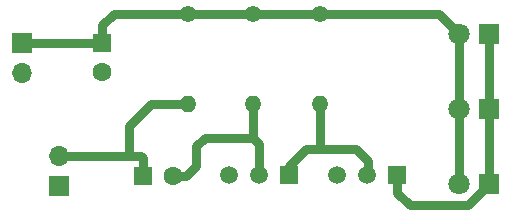
<source format=gbr>
G04 #@! TF.GenerationSoftware,KiCad,Pcbnew,(5.0.2)-1*
G04 #@! TF.CreationDate,2019-04-22T20:12:10-05:00*
G04 #@! TF.ProjectId,luz_audioritmica,6c757a5f-6175-4646-996f-7269746d6963,rev?*
G04 #@! TF.SameCoordinates,PX70bf868PY6c4a2b0*
G04 #@! TF.FileFunction,Copper,L2,Bot*
G04 #@! TF.FilePolarity,Positive*
%FSLAX46Y46*%
G04 Gerber Fmt 4.6, Leading zero omitted, Abs format (unit mm)*
G04 Created by KiCad (PCBNEW (5.0.2)-1) date 4/22/2019 8:12:10 PM*
%MOMM*%
%LPD*%
G01*
G04 APERTURE LIST*
G04 #@! TA.AperFunction,ComponentPad*
%ADD10O,1.700000X1.700000*%
G04 #@! TD*
G04 #@! TA.AperFunction,ComponentPad*
%ADD11R,1.700000X1.700000*%
G04 #@! TD*
G04 #@! TA.AperFunction,ComponentPad*
%ADD12R,1.600000X1.600000*%
G04 #@! TD*
G04 #@! TA.AperFunction,ComponentPad*
%ADD13C,1.600000*%
G04 #@! TD*
G04 #@! TA.AperFunction,ComponentPad*
%ADD14R,1.800000X1.800000*%
G04 #@! TD*
G04 #@! TA.AperFunction,ComponentPad*
%ADD15C,1.800000*%
G04 #@! TD*
G04 #@! TA.AperFunction,ComponentPad*
%ADD16C,1.500000*%
G04 #@! TD*
G04 #@! TA.AperFunction,ComponentPad*
%ADD17R,1.500000X1.500000*%
G04 #@! TD*
G04 #@! TA.AperFunction,ComponentPad*
%ADD18C,1.400000*%
G04 #@! TD*
G04 #@! TA.AperFunction,ComponentPad*
%ADD19O,1.400000X1.400000*%
G04 #@! TD*
G04 #@! TA.AperFunction,Conductor*
%ADD20C,0.750000*%
G04 #@! TD*
G04 APERTURE END LIST*
D10*
G04 #@! TO.P,~,2*
G04 #@! TO.N,GNDREF*
X3250000Y13220000D03*
D11*
G04 #@! TO.P,~,1*
G04 #@! TO.N,VCC*
X3250000Y15760000D03*
G04 #@! TD*
D12*
G04 #@! TO.P,C1,1*
G04 #@! TO.N,Net-(C1-Pad1)*
X13500000Y4500000D03*
D13*
G04 #@! TO.P,C1,2*
G04 #@! TO.N,Net-(C1-Pad2)*
X16000000Y4500000D03*
G04 #@! TD*
D12*
G04 #@! TO.P,C2,1*
G04 #@! TO.N,VCC*
X10045000Y15760000D03*
D13*
G04 #@! TO.P,C2,2*
G04 #@! TO.N,GNDREF*
X10045000Y13260000D03*
G04 #@! TD*
D14*
G04 #@! TO.P,~,1*
G04 #@! TO.N,Net-(D1-Pad1)*
X42800000Y3810000D03*
D15*
G04 #@! TO.P,~,2*
G04 #@! TO.N,VCC*
X40260000Y3810000D03*
G04 #@! TD*
G04 #@! TO.P,~,2*
G04 #@! TO.N,VCC*
X40260000Y10160000D03*
D14*
G04 #@! TO.P,~,1*
G04 #@! TO.N,Net-(D1-Pad1)*
X42800000Y10160000D03*
G04 #@! TD*
G04 #@! TO.P,~,1*
G04 #@! TO.N,Net-(D1-Pad1)*
X42800000Y16510000D03*
D15*
G04 #@! TO.P,~,2*
G04 #@! TO.N,VCC*
X40260000Y16510000D03*
G04 #@! TD*
D11*
G04 #@! TO.P,M1,1*
G04 #@! TO.N,GNDREF*
X6382000Y3683000D03*
D10*
G04 #@! TO.P,M1,2*
G04 #@! TO.N,Net-(C1-Pad1)*
X6382000Y6223000D03*
G04 #@! TD*
D16*
G04 #@! TO.P,Q1,2*
G04 #@! TO.N,Net-(C1-Pad2)*
X23285000Y4580000D03*
G04 #@! TO.P,Q1,3*
G04 #@! TO.N,GNDREF*
X20745000Y4580000D03*
D17*
G04 #@! TO.P,Q1,1*
G04 #@! TO.N,Net-(Q1-Pad1)*
X25825000Y4580000D03*
G04 #@! TD*
G04 #@! TO.P,Q2,1*
G04 #@! TO.N,Net-(D1-Pad1)*
X35000000Y4580000D03*
D16*
G04 #@! TO.P,Q2,3*
G04 #@! TO.N,GNDREF*
X29920000Y4580000D03*
G04 #@! TO.P,Q2,2*
G04 #@! TO.N,Net-(Q1-Pad1)*
X32460000Y4580000D03*
G04 #@! TD*
D18*
G04 #@! TO.P,R1,1*
G04 #@! TO.N,VCC*
X17250000Y18250000D03*
D19*
G04 #@! TO.P,R1,2*
G04 #@! TO.N,Net-(C1-Pad1)*
X17250000Y10630000D03*
G04 #@! TD*
D18*
G04 #@! TO.P,R2,1*
G04 #@! TO.N,VCC*
X22750000Y18250000D03*
D19*
G04 #@! TO.P,R2,2*
G04 #@! TO.N,Net-(C1-Pad2)*
X22750000Y10630000D03*
G04 #@! TD*
G04 #@! TO.P,R3,2*
G04 #@! TO.N,Net-(Q1-Pad1)*
X28500000Y10630000D03*
D18*
G04 #@! TO.P,R3,1*
G04 #@! TO.N,VCC*
X28500000Y18250000D03*
G04 #@! TD*
D20*
G04 #@! TO.N,VCC*
X3250000Y15760000D02*
X10045000Y15760000D01*
X16260051Y18250000D02*
X17250000Y18250000D01*
X10985000Y18250000D02*
X16260051Y18250000D01*
X10045000Y17310000D02*
X10985000Y18250000D01*
X10045000Y15760000D02*
X10045000Y17310000D01*
X38520000Y18250000D02*
X40260000Y16510000D01*
X17250000Y18250000D02*
X38520000Y18250000D01*
X40260000Y3810000D02*
X40260000Y16510000D01*
G04 #@! TO.N,Net-(C1-Pad1)*
X13500000Y6050000D02*
X13500000Y4500000D01*
X13327000Y6223000D02*
X13500000Y6050000D01*
X6382000Y6223000D02*
X13327000Y6223000D01*
X12250000Y8750000D02*
X12250000Y6250000D01*
X17250000Y10630000D02*
X14130000Y10630000D01*
X14130000Y10630000D02*
X12250000Y8750000D01*
G04 #@! TO.N,Net-(C1-Pad2)*
X22750000Y10630000D02*
X22750000Y7750000D01*
X23285000Y7215000D02*
X23285000Y4580000D01*
X22750000Y7750000D02*
X23285000Y7215000D01*
X17131370Y4500000D02*
X18000000Y5368630D01*
X16000000Y4500000D02*
X17131370Y4500000D01*
X18000000Y5368630D02*
X18000000Y7000000D01*
X18750000Y7750000D02*
X22750000Y7750000D01*
X18000000Y7000000D02*
X18750000Y7750000D01*
G04 #@! TO.N,Net-(D1-Pad1)*
X42800000Y16510000D02*
X42800000Y3810000D01*
X40990000Y2000000D02*
X42800000Y3810000D01*
X36080000Y2000000D02*
X40990000Y2000000D01*
X35000000Y4580000D02*
X35000000Y3080000D01*
X35000000Y3080000D02*
X36080000Y2000000D01*
G04 #@! TO.N,Net-(Q1-Pad1)*
X32500000Y4620000D02*
X32460000Y4580000D01*
X32500000Y5750000D02*
X32500000Y4620000D01*
X31500000Y6750000D02*
X32500000Y5750000D01*
X25825000Y4580000D02*
X25825000Y5325000D01*
X25825000Y5325000D02*
X27250000Y6750000D01*
X28500000Y10630000D02*
X28500000Y6750000D01*
X27250000Y6750000D02*
X28500000Y6750000D01*
X28500000Y6750000D02*
X31500000Y6750000D01*
G04 #@! TD*
M02*

</source>
